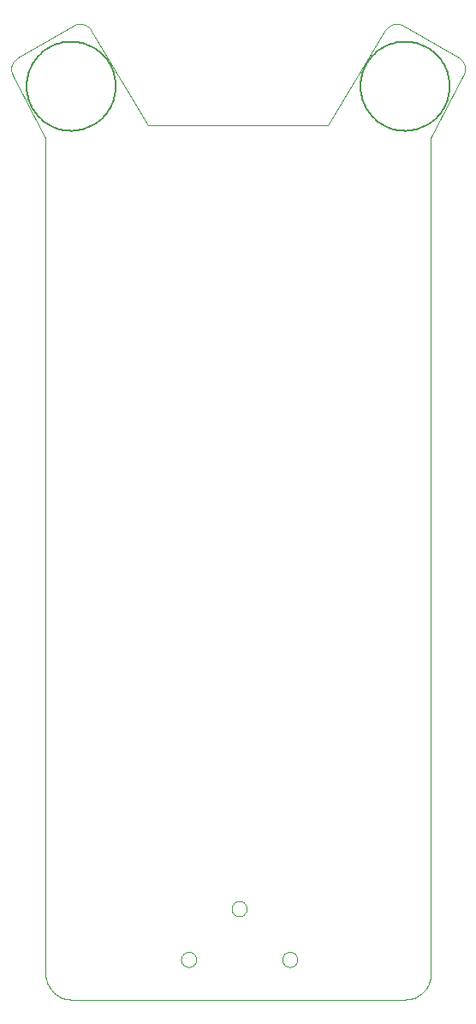
<source format=gbo>
G75*
%MOIN*%
%OFA0B0*%
%FSLAX24Y24*%
%IPPOS*%
%LPD*%
%AMOC8*
5,1,8,0,0,1.08239X$1,22.5*
%
%ADD10C,0.0000*%
%ADD11C,0.0080*%
D10*
X005983Y001995D02*
X005983Y034495D01*
X004718Y036919D01*
X004698Y036958D01*
X004681Y036998D01*
X004668Y037040D01*
X004659Y037082D01*
X004653Y037125D01*
X004651Y037169D01*
X004653Y037213D01*
X004659Y037256D01*
X004668Y037298D01*
X004681Y037340D01*
X004698Y037380D01*
X004718Y037419D01*
X004741Y037456D01*
X004768Y037490D01*
X004797Y037523D01*
X004830Y037552D01*
X004864Y037579D01*
X004901Y037602D01*
X007066Y038852D01*
X007105Y038872D01*
X007145Y038889D01*
X007187Y038902D01*
X007229Y038911D01*
X007272Y038917D01*
X007316Y038919D01*
X007360Y038917D01*
X007403Y038911D01*
X007445Y038902D01*
X007487Y038889D01*
X007527Y038872D01*
X007566Y038852D01*
X007603Y038829D01*
X007637Y038802D01*
X007670Y038773D01*
X007699Y038740D01*
X007726Y038706D01*
X007749Y038669D01*
X009983Y034995D01*
X016983Y034995D01*
X019218Y038669D01*
X019241Y038706D01*
X019268Y038740D01*
X019297Y038773D01*
X019330Y038802D01*
X019364Y038829D01*
X019401Y038852D01*
X019440Y038872D01*
X019480Y038889D01*
X019522Y038902D01*
X019564Y038911D01*
X019607Y038917D01*
X019651Y038919D01*
X019695Y038917D01*
X019738Y038911D01*
X019780Y038902D01*
X019822Y038889D01*
X019862Y038872D01*
X019901Y038852D01*
X022066Y037602D01*
X022103Y037579D01*
X022137Y037552D01*
X022170Y037523D01*
X022199Y037490D01*
X022226Y037456D01*
X022249Y037419D01*
X022269Y037380D01*
X022286Y037340D01*
X022299Y037298D01*
X022308Y037256D01*
X022314Y037213D01*
X022316Y037169D01*
X022314Y037125D01*
X022308Y037082D01*
X022299Y037040D01*
X022286Y036998D01*
X022269Y036958D01*
X022249Y036919D01*
X020983Y034495D01*
X020983Y001995D01*
X020981Y001935D01*
X020976Y001874D01*
X020967Y001815D01*
X020954Y001756D01*
X020938Y001697D01*
X020918Y001640D01*
X020895Y001585D01*
X020868Y001530D01*
X020839Y001478D01*
X020806Y001427D01*
X020770Y001378D01*
X020732Y001332D01*
X020690Y001288D01*
X020646Y001246D01*
X020600Y001208D01*
X020551Y001172D01*
X020500Y001139D01*
X020448Y001110D01*
X020393Y001083D01*
X020338Y001060D01*
X020281Y001040D01*
X020222Y001024D01*
X020163Y001011D01*
X020104Y001002D01*
X020043Y000997D01*
X019983Y000995D01*
X006983Y000995D01*
X006923Y000997D01*
X006862Y001002D01*
X006803Y001011D01*
X006744Y001024D01*
X006685Y001040D01*
X006628Y001060D01*
X006573Y001083D01*
X006518Y001110D01*
X006466Y001139D01*
X006415Y001172D01*
X006366Y001208D01*
X006320Y001246D01*
X006276Y001288D01*
X006234Y001332D01*
X006196Y001378D01*
X006160Y001427D01*
X006127Y001478D01*
X006098Y001530D01*
X006071Y001585D01*
X006048Y001640D01*
X006028Y001697D01*
X006012Y001756D01*
X005999Y001815D01*
X005990Y001874D01*
X005985Y001935D01*
X005983Y001995D01*
X011259Y002558D02*
X011261Y002592D01*
X011267Y002626D01*
X011277Y002659D01*
X011290Y002690D01*
X011308Y002720D01*
X011328Y002748D01*
X011352Y002773D01*
X011378Y002795D01*
X011406Y002813D01*
X011437Y002829D01*
X011469Y002841D01*
X011503Y002849D01*
X011537Y002853D01*
X011571Y002853D01*
X011605Y002849D01*
X011639Y002841D01*
X011671Y002829D01*
X011701Y002813D01*
X011730Y002795D01*
X011756Y002773D01*
X011780Y002748D01*
X011800Y002720D01*
X011818Y002690D01*
X011831Y002659D01*
X011841Y002626D01*
X011847Y002592D01*
X011849Y002558D01*
X011847Y002524D01*
X011841Y002490D01*
X011831Y002457D01*
X011818Y002426D01*
X011800Y002396D01*
X011780Y002368D01*
X011756Y002343D01*
X011730Y002321D01*
X011702Y002303D01*
X011671Y002287D01*
X011639Y002275D01*
X011605Y002267D01*
X011571Y002263D01*
X011537Y002263D01*
X011503Y002267D01*
X011469Y002275D01*
X011437Y002287D01*
X011406Y002303D01*
X011378Y002321D01*
X011352Y002343D01*
X011328Y002368D01*
X011308Y002396D01*
X011290Y002426D01*
X011277Y002457D01*
X011267Y002490D01*
X011261Y002524D01*
X011259Y002558D01*
X013228Y004527D02*
X013230Y004561D01*
X013236Y004595D01*
X013246Y004628D01*
X013259Y004659D01*
X013277Y004689D01*
X013297Y004717D01*
X013321Y004742D01*
X013347Y004764D01*
X013375Y004782D01*
X013406Y004798D01*
X013438Y004810D01*
X013472Y004818D01*
X013506Y004822D01*
X013540Y004822D01*
X013574Y004818D01*
X013608Y004810D01*
X013640Y004798D01*
X013670Y004782D01*
X013699Y004764D01*
X013725Y004742D01*
X013749Y004717D01*
X013769Y004689D01*
X013787Y004659D01*
X013800Y004628D01*
X013810Y004595D01*
X013816Y004561D01*
X013818Y004527D01*
X013816Y004493D01*
X013810Y004459D01*
X013800Y004426D01*
X013787Y004395D01*
X013769Y004365D01*
X013749Y004337D01*
X013725Y004312D01*
X013699Y004290D01*
X013671Y004272D01*
X013640Y004256D01*
X013608Y004244D01*
X013574Y004236D01*
X013540Y004232D01*
X013506Y004232D01*
X013472Y004236D01*
X013438Y004244D01*
X013406Y004256D01*
X013375Y004272D01*
X013347Y004290D01*
X013321Y004312D01*
X013297Y004337D01*
X013277Y004365D01*
X013259Y004395D01*
X013246Y004426D01*
X013236Y004459D01*
X013230Y004493D01*
X013228Y004527D01*
X015196Y002558D02*
X015198Y002592D01*
X015204Y002626D01*
X015214Y002659D01*
X015227Y002690D01*
X015245Y002720D01*
X015265Y002748D01*
X015289Y002773D01*
X015315Y002795D01*
X015343Y002813D01*
X015374Y002829D01*
X015406Y002841D01*
X015440Y002849D01*
X015474Y002853D01*
X015508Y002853D01*
X015542Y002849D01*
X015576Y002841D01*
X015608Y002829D01*
X015638Y002813D01*
X015667Y002795D01*
X015693Y002773D01*
X015717Y002748D01*
X015737Y002720D01*
X015755Y002690D01*
X015768Y002659D01*
X015778Y002626D01*
X015784Y002592D01*
X015786Y002558D01*
X015784Y002524D01*
X015778Y002490D01*
X015768Y002457D01*
X015755Y002426D01*
X015737Y002396D01*
X015717Y002368D01*
X015693Y002343D01*
X015667Y002321D01*
X015639Y002303D01*
X015608Y002287D01*
X015576Y002275D01*
X015542Y002267D01*
X015508Y002263D01*
X015474Y002263D01*
X015440Y002267D01*
X015406Y002275D01*
X015374Y002287D01*
X015343Y002303D01*
X015315Y002321D01*
X015289Y002343D01*
X015265Y002368D01*
X015245Y002396D01*
X015227Y002426D01*
X015214Y002457D01*
X015204Y002490D01*
X015198Y002524D01*
X015196Y002558D01*
D11*
X018251Y036495D02*
X018253Y036578D01*
X018259Y036661D01*
X018269Y036743D01*
X018283Y036825D01*
X018301Y036906D01*
X018322Y036987D01*
X018348Y037066D01*
X018377Y037143D01*
X018410Y037220D01*
X018446Y037294D01*
X018487Y037367D01*
X018530Y037438D01*
X018577Y037506D01*
X018627Y037573D01*
X018680Y037636D01*
X018736Y037697D01*
X018796Y037756D01*
X018857Y037811D01*
X018922Y037864D01*
X018989Y037913D01*
X019058Y037959D01*
X019129Y038002D01*
X019202Y038041D01*
X019277Y038077D01*
X019354Y038109D01*
X019432Y038137D01*
X019511Y038162D01*
X019592Y038182D01*
X019673Y038199D01*
X019755Y038212D01*
X019838Y038221D01*
X019921Y038226D01*
X020004Y038227D01*
X020087Y038224D01*
X020170Y038217D01*
X020252Y038206D01*
X020334Y038191D01*
X020415Y038172D01*
X020494Y038150D01*
X020573Y038123D01*
X020651Y038093D01*
X020726Y038059D01*
X020801Y038022D01*
X020873Y037981D01*
X020943Y037937D01*
X021011Y037889D01*
X021077Y037838D01*
X021140Y037784D01*
X021200Y037727D01*
X021258Y037667D01*
X021313Y037605D01*
X021364Y037540D01*
X021413Y037472D01*
X021458Y037403D01*
X021500Y037331D01*
X021538Y037257D01*
X021573Y037182D01*
X021604Y037105D01*
X021632Y037026D01*
X021655Y036947D01*
X021675Y036866D01*
X021691Y036784D01*
X021703Y036702D01*
X021711Y036620D01*
X021715Y036537D01*
X021715Y036453D01*
X021711Y036370D01*
X021703Y036288D01*
X021691Y036206D01*
X021675Y036124D01*
X021655Y036043D01*
X021632Y035964D01*
X021604Y035885D01*
X021573Y035808D01*
X021538Y035733D01*
X021500Y035659D01*
X021458Y035587D01*
X021413Y035518D01*
X021364Y035450D01*
X021313Y035385D01*
X021258Y035323D01*
X021200Y035263D01*
X021140Y035206D01*
X021077Y035152D01*
X021011Y035101D01*
X020943Y035053D01*
X020873Y035009D01*
X020801Y034968D01*
X020726Y034931D01*
X020651Y034897D01*
X020573Y034867D01*
X020494Y034840D01*
X020415Y034818D01*
X020334Y034799D01*
X020252Y034784D01*
X020170Y034773D01*
X020087Y034766D01*
X020004Y034763D01*
X019921Y034764D01*
X019838Y034769D01*
X019755Y034778D01*
X019673Y034791D01*
X019592Y034808D01*
X019511Y034828D01*
X019432Y034853D01*
X019354Y034881D01*
X019277Y034913D01*
X019202Y034949D01*
X019129Y034988D01*
X019058Y035031D01*
X018989Y035077D01*
X018922Y035126D01*
X018857Y035179D01*
X018796Y035234D01*
X018736Y035293D01*
X018680Y035354D01*
X018627Y035417D01*
X018577Y035484D01*
X018530Y035552D01*
X018487Y035623D01*
X018446Y035696D01*
X018410Y035770D01*
X018377Y035847D01*
X018348Y035924D01*
X018322Y036003D01*
X018301Y036084D01*
X018283Y036165D01*
X018269Y036247D01*
X018259Y036329D01*
X018253Y036412D01*
X018251Y036495D01*
X005251Y036495D02*
X005253Y036578D01*
X005259Y036661D01*
X005269Y036743D01*
X005283Y036825D01*
X005301Y036906D01*
X005322Y036987D01*
X005348Y037066D01*
X005377Y037143D01*
X005410Y037220D01*
X005446Y037294D01*
X005487Y037367D01*
X005530Y037438D01*
X005577Y037506D01*
X005627Y037573D01*
X005680Y037636D01*
X005736Y037697D01*
X005796Y037756D01*
X005857Y037811D01*
X005922Y037864D01*
X005989Y037913D01*
X006058Y037959D01*
X006129Y038002D01*
X006202Y038041D01*
X006277Y038077D01*
X006354Y038109D01*
X006432Y038137D01*
X006511Y038162D01*
X006592Y038182D01*
X006673Y038199D01*
X006755Y038212D01*
X006838Y038221D01*
X006921Y038226D01*
X007004Y038227D01*
X007087Y038224D01*
X007170Y038217D01*
X007252Y038206D01*
X007334Y038191D01*
X007415Y038172D01*
X007494Y038150D01*
X007573Y038123D01*
X007651Y038093D01*
X007726Y038059D01*
X007801Y038022D01*
X007873Y037981D01*
X007943Y037937D01*
X008011Y037889D01*
X008077Y037838D01*
X008140Y037784D01*
X008200Y037727D01*
X008258Y037667D01*
X008313Y037605D01*
X008364Y037540D01*
X008413Y037472D01*
X008458Y037403D01*
X008500Y037331D01*
X008538Y037257D01*
X008573Y037182D01*
X008604Y037105D01*
X008632Y037026D01*
X008655Y036947D01*
X008675Y036866D01*
X008691Y036784D01*
X008703Y036702D01*
X008711Y036620D01*
X008715Y036537D01*
X008715Y036453D01*
X008711Y036370D01*
X008703Y036288D01*
X008691Y036206D01*
X008675Y036124D01*
X008655Y036043D01*
X008632Y035964D01*
X008604Y035885D01*
X008573Y035808D01*
X008538Y035733D01*
X008500Y035659D01*
X008458Y035587D01*
X008413Y035518D01*
X008364Y035450D01*
X008313Y035385D01*
X008258Y035323D01*
X008200Y035263D01*
X008140Y035206D01*
X008077Y035152D01*
X008011Y035101D01*
X007943Y035053D01*
X007873Y035009D01*
X007801Y034968D01*
X007726Y034931D01*
X007651Y034897D01*
X007573Y034867D01*
X007494Y034840D01*
X007415Y034818D01*
X007334Y034799D01*
X007252Y034784D01*
X007170Y034773D01*
X007087Y034766D01*
X007004Y034763D01*
X006921Y034764D01*
X006838Y034769D01*
X006755Y034778D01*
X006673Y034791D01*
X006592Y034808D01*
X006511Y034828D01*
X006432Y034853D01*
X006354Y034881D01*
X006277Y034913D01*
X006202Y034949D01*
X006129Y034988D01*
X006058Y035031D01*
X005989Y035077D01*
X005922Y035126D01*
X005857Y035179D01*
X005796Y035234D01*
X005736Y035293D01*
X005680Y035354D01*
X005627Y035417D01*
X005577Y035484D01*
X005530Y035552D01*
X005487Y035623D01*
X005446Y035696D01*
X005410Y035770D01*
X005377Y035847D01*
X005348Y035924D01*
X005322Y036003D01*
X005301Y036084D01*
X005283Y036165D01*
X005269Y036247D01*
X005259Y036329D01*
X005253Y036412D01*
X005251Y036495D01*
M02*

</source>
